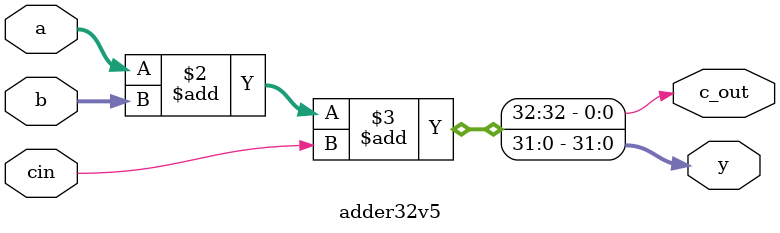
<source format=v>

module adder32v5 (y, c_out, a, b, cin);
output reg c_out;
output reg [31:0] y;
input cin;
input [31:0] a, b;
always @(a or b or cin)
  begin
          #63 {c_out,y} = a + b + cin;
        end
endmodule
</source>
